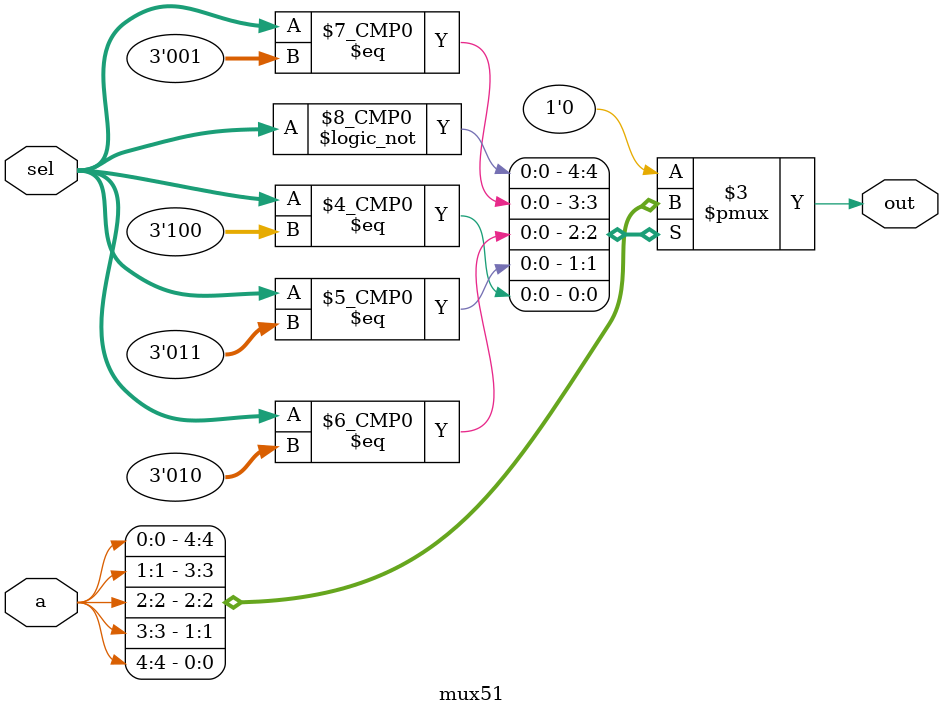
<source format=sv>
module mux51 (input logic [4:0] a, input logic [2:0] sel, output logic out);

    always_comb
    begin
        case(sel)
     
        3'b000 : out = a[0];
        3'b001 : out = a[1];
        3'b010 : out = a[2];
        3'b011 : out = a[3];
        3'b100 : out = a[4];
        
        default : out = 0;
        
        endcase
    end

endmodule
</source>
